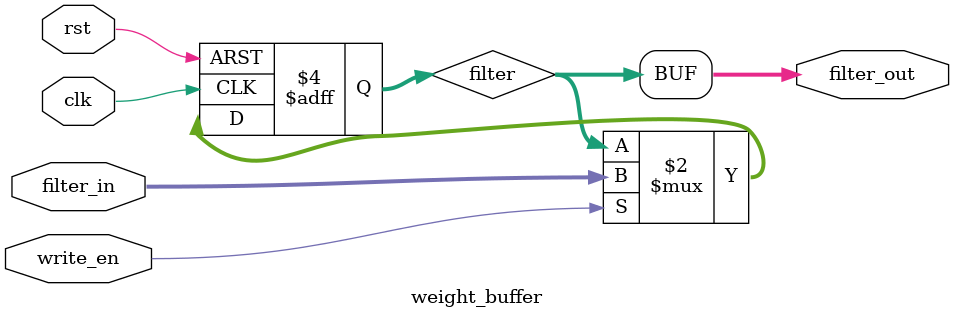
<source format=v>
module weight_buffer(
    input clk, rst, write_en,
    input [71:0] filter_in,
    output [71:0] filter_out
);

    reg [71:0] filter;

    always @(posedge clk or posedge rst) begin
        if (rst) begin
            filter <= 0;
        end else if (write_en) begin
            filter <= filter_in;
        end
    end

    assign filter_out = filter;

endmodule
</source>
